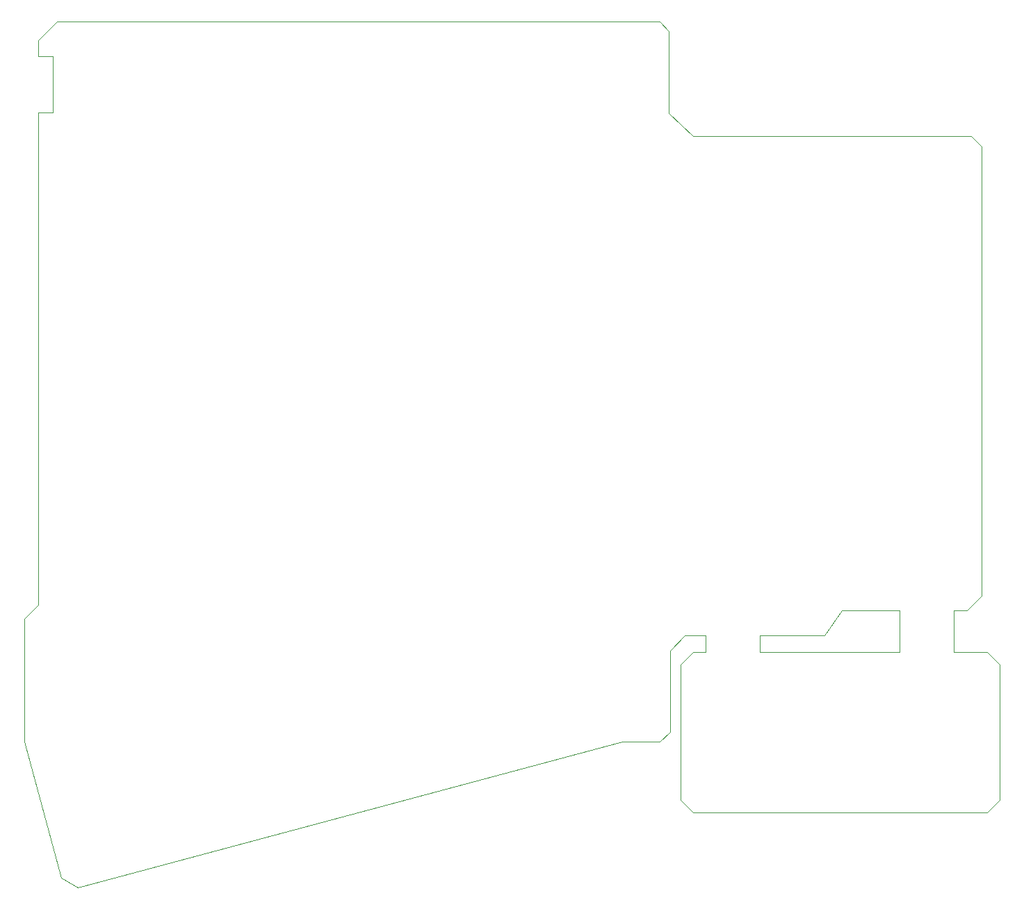
<source format=gm1>
G04 #@! TF.GenerationSoftware,KiCad,Pcbnew,(5.1.4)-1*
G04 #@! TF.CreationDate,2021-11-10T20:36:41-05:00*
G04 #@! TF.ProjectId,a44key-pcb,6134346b-6579-42d7-9063-622e6b696361,rev?*
G04 #@! TF.SameCoordinates,Original*
G04 #@! TF.FileFunction,Profile,NP*
%FSLAX46Y46*%
G04 Gerber Fmt 4.6, Leading zero omitted, Abs format (unit mm)*
G04 Created by KiCad (PCBNEW (5.1.4)-1) date 2021-11-10 20:36:41*
%MOMM*%
%LPD*%
G04 APERTURE LIST*
%ADD10C,0.050000*%
G04 APERTURE END LIST*
D10*
X163830000Y-121158000D02*
X162052000Y-123063000D01*
X166370000Y-121158000D02*
X163830000Y-121158000D01*
X166370000Y-123190000D02*
X166370000Y-121158000D01*
X164846000Y-123190000D02*
X166370000Y-123190000D01*
X180848000Y-121158000D02*
X183007000Y-118110000D01*
X172974000Y-121158000D02*
X180848000Y-121158000D01*
X172974000Y-121412000D02*
X172974000Y-121158000D01*
X172974000Y-123190000D02*
X172974000Y-121412000D01*
X189992000Y-123190000D02*
X172974000Y-123190000D01*
X189992000Y-118110000D02*
X183007000Y-118110000D01*
X198247000Y-118110000D02*
X196596000Y-118110000D01*
X189992000Y-123190000D02*
X189992000Y-118110000D01*
X196596000Y-123190000D02*
X196596000Y-118110000D01*
X200660000Y-123190000D02*
X196596000Y-123190000D01*
X202184000Y-124714000D02*
X200660000Y-123190000D01*
X202184000Y-141224000D02*
X202184000Y-124714000D01*
X200660000Y-142748000D02*
X202184000Y-141224000D01*
X164846000Y-142748000D02*
X200660000Y-142748000D01*
X163322000Y-141224000D02*
X164846000Y-142748000D01*
X163322000Y-124714000D02*
X163322000Y-141224000D01*
X164846000Y-123190000D02*
X163322000Y-124714000D01*
X85090000Y-57404000D02*
X85090000Y-117475000D01*
X85090000Y-48641000D02*
X85090000Y-50546000D01*
X86868000Y-57404000D02*
X85090000Y-57404000D01*
X86868000Y-50546000D02*
X86868000Y-57404000D01*
X85090000Y-50546000D02*
X86868000Y-50546000D01*
X85090000Y-48641000D02*
X87376000Y-46355000D01*
X160782000Y-46355000D02*
X87376000Y-46355000D01*
X160782000Y-46355000D02*
X161925000Y-47498000D01*
X161925000Y-57531000D02*
X161925000Y-47498000D01*
X164846000Y-60325000D02*
X161925000Y-57531000D01*
X198755000Y-60325000D02*
X164846000Y-60325000D01*
X198755000Y-60325000D02*
X200025000Y-61595000D01*
X200025000Y-61595000D02*
X200025000Y-116332000D01*
X200025000Y-116332000D02*
X198247000Y-118110000D01*
X162052000Y-132969000D02*
X162052000Y-123063000D01*
X156210000Y-134112000D02*
X160782000Y-134112000D01*
X160782000Y-134112000D02*
X162052000Y-132969000D01*
X89916000Y-151892000D02*
X156210000Y-134112000D01*
X89916000Y-151892000D02*
X87884000Y-150749000D01*
X83439000Y-134112000D02*
X87884000Y-150749000D01*
X83439000Y-134112000D02*
X83439000Y-119126000D01*
X83439000Y-119126000D02*
X85090000Y-117475000D01*
M02*

</source>
